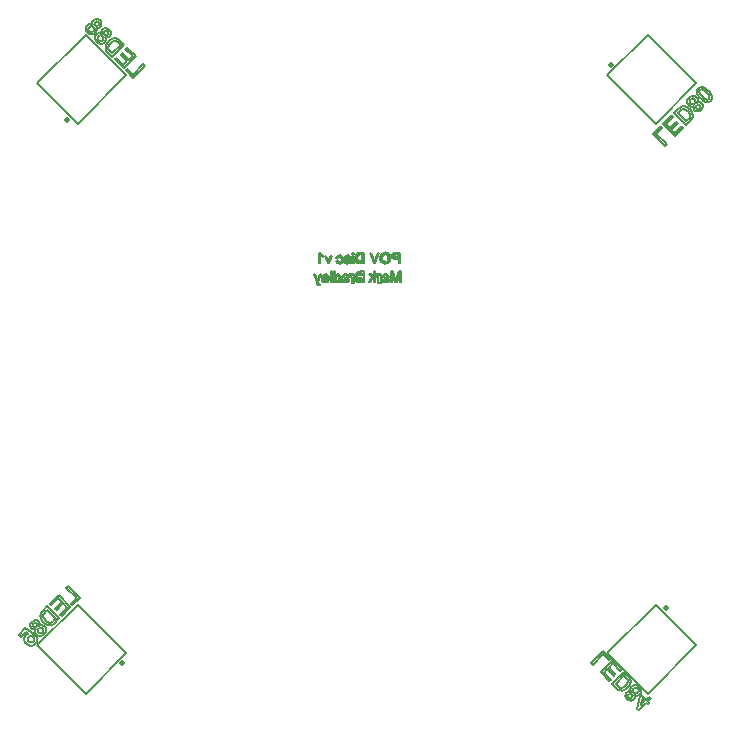
<source format=gbo>
%FSLAX33Y33*%
%MOMM*%
%ADD10C,0.15*%
%ADD11C,0.2032*%
%ADD12C,0.5*%
%ADD13C,0.5*%
%ADD14C,0.5*%
%ADD15C,0.5*%
D10*
%LNbottom silkscreen_traces*%
%LNbottom silkscreen component b0b7ce341c71e36d*%
G01*
X20366Y24464D02*
X24464Y20366D01*
X20366Y24464D02*
X23796Y27894D01*
X27894Y23796*
X24464Y20366*
D11*
X24277Y19527D02*
X24277Y19527D01*
X25290Y18514*
X25424Y18648*
X24531Y19541*
X25029Y20040*
X24910Y20159*
X24277Y19527*
X25072Y20322D02*
X25072Y20322D01*
X26085Y19309*
X26816Y20041*
X26697Y20161*
X26099Y19563*
X25789Y19873*
X26349Y20433*
X26230Y20551*
X25670Y19991*
X25326Y20336*
X25947Y20958*
X25828Y21077*
X25072Y20322*
X26013Y21262D02*
X26013Y21262D01*
X27025Y20250*
X27374Y20598*
X27428Y20655*
X27474Y20706*
X27511Y20752*
X27539Y20793*
X27569Y20847*
X27592Y20902*
X27607Y20958*
X27615Y21014*
X27617Y21088*
X27608Y21161*
X27590Y21234*
X27562Y21307*
X27525Y21379*
X27479Y21450*
X27425Y21519*
X27361Y21587*
X27304Y21642*
X27246Y21689*
X27188Y21730*
X27130Y21765*
X27073Y21793*
X27018Y21815*
X26965Y21832*
X26914Y21843*
X26864Y21849*
X26817Y21851*
X26772Y21849*
X26729Y21843*
X26687Y21832*
X26645Y21817*
X26602Y21797*
X26558Y21773*
X26514Y21744*
X26469Y21710*
X26424Y21671*
X26378Y21627*
X26013Y21262*
X26338Y21277D02*
X26518Y21456D01*
X26565Y21501*
X26608Y21537*
X26646Y21566*
X26681Y21586*
X26714Y21601*
X26745Y21611*
X26774Y21617*
X26801Y21619*
X26843Y21616*
X26887Y21607*
X26933Y21592*
X26981Y21570*
X27030Y21542*
X27082Y21506*
X27135Y21462*
X27189Y21411*
X27258Y21337*
X27310Y21266*
X27346Y21200*
X27368Y21138*
X27378Y21079*
X27380Y21025*
X27373Y20975*
X27358Y20930*
X27340Y20897*
X27310Y20855*
X27269Y20807*
X27216Y20751*
X27040Y20575*
X26338Y21277*
X27724Y21875D02*
X27724Y21875D01*
X27703Y21823*
X27691Y21774*
X27686Y21726*
X27690Y21680*
X27701Y21636*
X27720Y21594*
X27745Y21555*
X27778Y21517*
X27836Y21469*
X27900Y21435*
X27969Y21416*
X28044Y21411*
X28120Y21421*
X28193Y21447*
X28263Y21489*
X28330Y21547*
X28388Y21614*
X28431Y21685*
X28457Y21760*
X28467Y21837*
X28461Y21913*
X28442Y21983*
X28408Y22047*
X28360Y22105*
X28323Y22137*
X28285Y22162*
X28244Y22180*
X28200Y22191*
X28155Y22195*
X28108Y22191*
X28059Y22179*
X28008Y22159*
X28034Y22220*
X28050Y22281*
X28056Y22340*
X28052Y22399*
X28037Y22456*
X28014Y22510*
X27981Y22561*
X27939Y22609*
X27871Y22666*
X27796Y22706*
X27716Y22729*
X27629Y22736*
X27540Y22725*
X27456Y22696*
X27375Y22648*
X27298Y22582*
X27233Y22506*
X27185Y22425*
X27156Y22340*
X27146Y22252*
X27152Y22165*
X27176Y22083*
X27217Y22008*
X27275Y21939*
X27326Y21895*
X27378Y21861*
X27433Y21837*
X27490Y21823*
X27549Y21821*
X27607Y21828*
X27666Y21846*
X27724Y21875*
X27945Y21676D02*
X27920Y21706D01*
X27903Y21737*
X27893Y21769*
X27890Y21803*
X27893Y21837*
X27904Y21870*
X27922Y21902*
X27949Y21933*
X27979Y21959*
X28010Y21977*
X28042Y21987*
X28077Y21991*
X28111Y21988*
X28141Y21979*
X28170Y21963*
X28197Y21941*
X28220Y21912*
X28237Y21882*
X28246Y21850*
X28249Y21815*
X28246Y21779*
X28235Y21747*
X28218Y21716*
X28193Y21686*
X28163Y21661*
X28132Y21643*
X28100Y21633*
X28065Y21629*
X28030Y21631*
X27999Y21640*
X27971Y21655*
X27945Y21676*
X27438Y22104D02*
X27417Y22127D01*
X27400Y22152*
X27385Y22180*
X27373Y22211*
X27365Y22241*
X27363Y22271*
X27364Y22302*
X27371Y22333*
X27382Y22364*
X27397Y22393*
X27416Y22420*
X27438Y22445*
X27477Y22479*
X27518Y22502*
X27561Y22515*
X27607Y22520*
X27652Y22516*
X27695Y22503*
X27735Y22480*
X27774Y22448*
X27807Y22408*
X27830Y22367*
X27844Y22323*
X27848Y22276*
X27843Y22229*
X27829Y22185*
X27806Y22143*
X27772Y22103*
X27734Y22071*
X27693Y22049*
X27651Y22035*
X27605Y22031*
X27559Y22036*
X27516Y22049*
X27476Y22071*
X27438Y22104*
X28269Y22520D02*
X28269Y22520D01*
X28357Y22437*
X28441Y22367*
X28520Y22311*
X28595Y22268*
X28668Y22237*
X28738Y22217*
X28807Y22208*
X28874Y22209*
X28939Y22222*
X29001Y22247*
X29060Y22284*
X29117Y22333*
X29154Y22375*
X29185Y22418*
X29209Y22463*
X29227Y22509*
X29238Y22556*
X29243Y22605*
X29241Y22655*
X29234Y22705*
X29220Y22756*
X29201Y22809*
X29176Y22863*
X29146Y22918*
X29108Y22977*
X29059Y23040*
X29000Y23108*
X28930Y23180*
X28842Y23263*
X28759Y23332*
X28680Y23388*
X28605Y23431*
X28533Y23462*
X28463Y23483*
X28394Y23492*
X28327Y23491*
X28262Y23478*
X28199Y23454*
X28140Y23416*
X28083Y23367*
X28020Y23291*
X27979Y23210*
X27958Y23124*
X27958Y23032*
X27987Y22915*
X28049Y22791*
X28143Y22659*
X28269Y22520*
X28433Y22684D02*
X28325Y22799D01*
X28246Y22899*
X28196Y22982*
X28174Y23048*
X28170Y23104*
X28176Y23152*
X28193Y23193*
X28221Y23228*
X28257Y23256*
X28298Y23273*
X28346Y23280*
X28402Y23276*
X28468Y23253*
X28551Y23203*
X28651Y23124*
X28766Y23017*
X28874Y22901*
X28953Y22801*
X29003Y22718*
X29025Y22652*
X29030Y22597*
X29022Y22549*
X29005Y22507*
X28976Y22471*
X28940Y22442*
X28902Y22425*
X28860Y22417*
X28813Y22421*
X28740Y22445*
X28652Y22496*
X28549Y22576*
X28433Y22684*
D12*
X20670Y25327D03*
%LNbottom silkscreen component 0aa07872bdd810e4*%
D10*
X-20366Y-24464D02*
X-24464Y-20366D01*
X-20366Y-24464D02*
X-23796Y-27894D01*
X-27894Y-23796*
X-24464Y-20366*
D11*
X-24277Y-19781D02*
X-24277Y-19781D01*
X-25290Y-18768*
X-25424Y-18902*
X-24531Y-19795*
X-25029Y-20294*
X-24910Y-20413*
X-24277Y-19781*
X-25072Y-20576D02*
X-25072Y-20576D01*
X-26085Y-19563*
X-26816Y-20295*
X-26697Y-20415*
X-26099Y-19817*
X-25789Y-20127*
X-26349Y-20687*
X-26230Y-20806*
X-25670Y-20245*
X-25326Y-20590*
X-25947Y-21212*
X-25828Y-21331*
X-25072Y-20576*
X-26013Y-21516D02*
X-26013Y-21516D01*
X-27025Y-20504*
X-27374Y-20852*
X-27428Y-20909*
X-27474Y-20960*
X-27511Y-21006*
X-27539Y-21047*
X-27569Y-21101*
X-27592Y-21156*
X-27607Y-21212*
X-27615Y-21268*
X-27617Y-21342*
X-27608Y-21415*
X-27590Y-21488*
X-27562Y-21561*
X-27525Y-21633*
X-27479Y-21704*
X-27425Y-21773*
X-27361Y-21841*
X-27304Y-21896*
X-27246Y-21943*
X-27188Y-21984*
X-27130Y-22019*
X-27073Y-22047*
X-27018Y-22069*
X-26965Y-22086*
X-26914Y-22097*
X-26864Y-22103*
X-26817Y-22105*
X-26772Y-22103*
X-26729Y-22097*
X-26687Y-22086*
X-26645Y-22071*
X-26602Y-22051*
X-26558Y-22027*
X-26514Y-21998*
X-26469Y-21964*
X-26424Y-21925*
X-26378Y-21881*
X-26013Y-21516*
X-26338Y-21531D02*
X-26518Y-21710D01*
X-26565Y-21755*
X-26608Y-21791*
X-26646Y-21820*
X-26681Y-21840*
X-26714Y-21855*
X-26745Y-21865*
X-26774Y-21871*
X-26801Y-21873*
X-26843Y-21870*
X-26887Y-21861*
X-26933Y-21846*
X-26981Y-21824*
X-27030Y-21796*
X-27082Y-21760*
X-27135Y-21717*
X-27189Y-21665*
X-27258Y-21591*
X-27310Y-21520*
X-27346Y-21454*
X-27368Y-21392*
X-27378Y-21333*
X-27380Y-21279*
X-27373Y-21229*
X-27358Y-21184*
X-27340Y-21151*
X-27310Y-21109*
X-27269Y-21061*
X-27216Y-21005*
X-27040Y-20829*
X-26338Y-21531*
X-27724Y-22129D02*
X-27724Y-22129D01*
X-27703Y-22077*
X-27691Y-22028*
X-27686Y-21980*
X-27690Y-21934*
X-27701Y-21890*
X-27720Y-21848*
X-27745Y-21809*
X-27778Y-21771*
X-27836Y-21723*
X-27900Y-21689*
X-27969Y-21670*
X-28044Y-21665*
X-28119Y-21675*
X-28193Y-21701*
X-28263Y-21743*
X-28330Y-21801*
X-28388Y-21868*
X-28431Y-21939*
X-28457Y-22014*
X-28467Y-22091*
X-28461Y-22167*
X-28442Y-22237*
X-28408Y-22301*
X-28360Y-22359*
X-28323Y-22391*
X-28285Y-22416*
X-28244Y-22434*
X-28200Y-22445*
X-28155Y-22449*
X-28108Y-22445*
X-28059Y-22433*
X-28008Y-22413*
X-28034Y-22474*
X-28050Y-22535*
X-28056Y-22594*
X-28052Y-22653*
X-28037Y-22710*
X-28014Y-22764*
X-27981Y-22815*
X-27939Y-22863*
X-27871Y-22920*
X-27796Y-22960*
X-27716Y-22983*
X-27629Y-22990*
X-27540Y-22979*
X-27456Y-22950*
X-27375Y-22902*
X-27298Y-22836*
X-27233Y-22760*
X-27185Y-22679*
X-27156Y-22594*
X-27146Y-22506*
X-27152Y-22419*
X-27176Y-22337*
X-27217Y-22262*
X-27275Y-22193*
X-27326Y-22149*
X-27378Y-22115*
X-27433Y-22091*
X-27490Y-22078*
X-27549Y-22075*
X-27607Y-22082*
X-27666Y-22100*
X-27724Y-22129*
X-27945Y-21930D02*
X-27920Y-21960D01*
X-27903Y-21991*
X-27893Y-22023*
X-27890Y-22057*
X-27893Y-22091*
X-27904Y-22124*
X-27922Y-22156*
X-27949Y-22187*
X-27979Y-22213*
X-28010Y-22231*
X-28042Y-22241*
X-28077Y-22245*
X-28111Y-22242*
X-28141Y-22233*
X-28170Y-22217*
X-28197Y-22195*
X-28220Y-22166*
X-28237Y-22136*
X-28246Y-22104*
X-28249Y-22069*
X-28246Y-22033*
X-28235Y-22001*
X-28218Y-21970*
X-28193Y-21940*
X-28163Y-21915*
X-28132Y-21897*
X-28100Y-21887*
X-28065Y-21883*
X-28030Y-21885*
X-27999Y-21894*
X-27971Y-21909*
X-27945Y-21930*
X-27438Y-22358D02*
X-27417Y-22381D01*
X-27400Y-22406*
X-27385Y-22434*
X-27373Y-22465*
X-27365Y-22495*
X-27363Y-22526*
X-27364Y-22556*
X-27371Y-22587*
X-27382Y-22618*
X-27397Y-22647*
X-27416Y-22674*
X-27438Y-22699*
X-27477Y-22733*
X-27518Y-22756*
X-27561Y-22770*
X-27607Y-22774*
X-27652Y-22770*
X-27695Y-22757*
X-27735Y-22734*
X-27774Y-22702*
X-27807Y-22662*
X-27830Y-22621*
X-27844Y-22577*
X-27848Y-22530*
X-27843Y-22483*
X-27829Y-22439*
X-27806Y-22397*
X-27772Y-22357*
X-27734Y-22325*
X-27693Y-22303*
X-27651Y-22289*
X-27605Y-22285*
X-27559Y-22290*
X-27516Y-22303*
X-27476Y-22325*
X-27438Y-22358*
X-28025Y-22934D02*
X-28244Y-23118D01*
X-28186Y-23207*
X-28166Y-23252*
X-28154Y-23295*
X-28152Y-23336*
X-28157Y-23375*
X-28170Y-23412*
X-28189Y-23446*
X-28216Y-23478*
X-28256Y-23510*
X-28298Y-23532*
X-28345Y-23544*
X-28397Y-23547*
X-28451Y-23539*
X-28503Y-23520*
X-28555Y-23489*
X-28606Y-23445*
X-28647Y-23397*
X-28676Y-23349*
X-28693Y-23301*
X-28699Y-23252*
X-28694Y-23204*
X-28680Y-23158*
X-28655Y-23114*
X-28618Y-23071*
X-28592Y-23048*
X-28565Y-23029*
X-28536Y-23014*
X-28505Y-23003*
X-28474Y-22996*
X-28443Y-22993*
X-28413Y-22994*
X-28350Y-23004*
X-28198Y-22805*
X-28895Y-22329*
X-29464Y-22899*
X-29273Y-23089*
X-28863Y-22679*
X-28667Y-22809*
X-28633Y-22801*
X-28707Y-22831*
X-28774Y-22872*
X-28834Y-22923*
X-28898Y-22999*
X-28944Y-23084*
X-28972Y-23176*
X-28981Y-23275*
X-28970Y-23374*
X-28940Y-23468*
X-28890Y-23556*
X-28821Y-23637*
X-28743Y-23704*
X-28659Y-23755*
X-28569Y-23791*
X-28472Y-23810*
X-28354Y-23810*
X-28242Y-23784*
X-28138Y-23731*
X-28042Y-23652*
X-27976Y-23575*
X-27926Y-23494*
X-27894Y-23407*
X-27879Y-23316*
X-27882Y-23226*
X-27903Y-23138*
X-27941Y-23055*
X-28025Y-22934*
D13*
X-20670Y-25327D03*
%LNbottom silkscreen component b05ff74f7c6ce018*%
D10*
X24464Y-20366D02*
X20366Y-24464D01*
X24464Y-20366D02*
X27894Y-23796D01*
X23796Y-27894*
X20366Y-24464*
D11*
X20035Y-24277D02*
X20035Y-24277D01*
X19022Y-25290*
X19156Y-25424*
X20049Y-24531*
X20548Y-25029*
X20667Y-24910*
X20035Y-24277*
X20830Y-25072D02*
X20830Y-25072D01*
X19817Y-26085*
X20549Y-26816*
X20669Y-26697*
X20071Y-26099*
X20381Y-25789*
X20941Y-26349*
X21060Y-26230*
X20499Y-25670*
X20844Y-25326*
X21466Y-25947*
X21585Y-25828*
X20830Y-25072*
X21770Y-26013D02*
X21770Y-26013D01*
X20758Y-27025*
X21106Y-27374*
X21163Y-27428*
X21214Y-27474*
X21260Y-27511*
X21301Y-27539*
X21355Y-27569*
X21410Y-27592*
X21466Y-27607*
X21522Y-27615*
X21596Y-27617*
X21669Y-27608*
X21742Y-27590*
X21815Y-27562*
X21887Y-27525*
X21958Y-27479*
X22027Y-27425*
X22095Y-27361*
X22150Y-27304*
X22197Y-27246*
X22238Y-27188*
X22273Y-27130*
X22301Y-27073*
X22323Y-27018*
X22340Y-26965*
X22351Y-26914*
X22357Y-26864*
X22359Y-26817*
X22357Y-26772*
X22351Y-26729*
X22340Y-26687*
X22325Y-26645*
X22305Y-26602*
X22281Y-26558*
X22252Y-26514*
X22218Y-26469*
X22179Y-26424*
X22135Y-26378*
X21770Y-26013*
X21785Y-26338D02*
X21964Y-26518D01*
X22009Y-26565*
X22045Y-26608*
X22074Y-26646*
X22094Y-26681*
X22109Y-26714*
X22119Y-26745*
X22125Y-26774*
X22127Y-26801*
X22124Y-26843*
X22115Y-26887*
X22100Y-26933*
X22078Y-26981*
X22050Y-27030*
X22014Y-27082*
X21971Y-27135*
X21919Y-27189*
X21845Y-27258*
X21774Y-27310*
X21708Y-27346*
X21646Y-27368*
X21587Y-27378*
X21533Y-27380*
X21483Y-27373*
X21438Y-27358*
X21405Y-27340*
X21363Y-27310*
X21315Y-27269*
X21259Y-27216*
X21083Y-27040*
X21785Y-26338*
X22383Y-27724D02*
X22383Y-27724D01*
X22331Y-27703*
X22282Y-27691*
X22234Y-27686*
X22188Y-27690*
X22144Y-27701*
X22102Y-27720*
X22063Y-27745*
X22025Y-27778*
X21977Y-27836*
X21943Y-27900*
X21924Y-27969*
X21919Y-28044*
X21929Y-28120*
X21955Y-28193*
X21997Y-28263*
X22055Y-28330*
X22122Y-28388*
X22193Y-28431*
X22268Y-28457*
X22345Y-28467*
X22421Y-28461*
X22491Y-28442*
X22555Y-28408*
X22613Y-28360*
X22645Y-28323*
X22670Y-28285*
X22688Y-28244*
X22699Y-28200*
X22703Y-28155*
X22699Y-28108*
X22687Y-28059*
X22667Y-28008*
X22728Y-28034*
X22789Y-28050*
X22848Y-28056*
X22907Y-28052*
X22964Y-28037*
X23018Y-28014*
X23069Y-27981*
X23117Y-27939*
X23174Y-27871*
X23214Y-27796*
X23237Y-27716*
X23244Y-27629*
X23233Y-27540*
X23204Y-27456*
X23156Y-27375*
X23090Y-27299*
X23014Y-27233*
X22933Y-27185*
X22848Y-27156*
X22760Y-27146*
X22673Y-27152*
X22591Y-27176*
X22516Y-27217*
X22447Y-27275*
X22403Y-27326*
X22369Y-27378*
X22345Y-27433*
X22332Y-27490*
X22329Y-27549*
X22336Y-27607*
X22354Y-27666*
X22383Y-27724*
X22184Y-27945D02*
X22214Y-27920D01*
X22245Y-27903*
X22277Y-27893*
X22311Y-27890*
X22345Y-27893*
X22378Y-27904*
X22410Y-27922*
X22441Y-27949*
X22467Y-27979*
X22485Y-28010*
X22495Y-28042*
X22499Y-28077*
X22496Y-28111*
X22487Y-28141*
X22471Y-28170*
X22449Y-28197*
X22420Y-28220*
X22390Y-28237*
X22358Y-28246*
X22323Y-28249*
X22287Y-28246*
X22255Y-28235*
X22224Y-28218*
X22194Y-28193*
X22169Y-28163*
X22151Y-28132*
X22141Y-28100*
X22137Y-28065*
X22139Y-28030*
X22148Y-27999*
X22163Y-27972*
X22184Y-27945*
X22612Y-27438D02*
X22635Y-27417D01*
X22660Y-27400*
X22688Y-27385*
X22719Y-27373*
X22749Y-27365*
X22780Y-27363*
X22810Y-27365*
X22841Y-27371*
X22872Y-27382*
X22901Y-27397*
X22928Y-27416*
X22953Y-27438*
X22987Y-27477*
X23010Y-27518*
X23024Y-27561*
X23028Y-27607*
X23024Y-27652*
X23011Y-27695*
X22988Y-27735*
X22956Y-27774*
X22916Y-27807*
X22875Y-27830*
X22831Y-27844*
X22784Y-27848*
X22737Y-27843*
X22693Y-27829*
X22651Y-27806*
X22611Y-27772*
X22579Y-27734*
X22557Y-27693*
X22543Y-27651*
X22539Y-27605*
X22544Y-27559*
X22557Y-27516*
X22579Y-27476*
X22612Y-27438*
X23926Y-28169D02*
X23926Y-28169D01*
X23684Y-28411*
X23244Y-27972*
X23130Y-28086*
X22936Y-29204*
X23038Y-29305*
X23694Y-28649*
X23831Y-28786*
X23945Y-28672*
X23808Y-28535*
X24050Y-28293*
X23926Y-28169*
X23498Y-28525D02*
X23192Y-28831D01*
X23285Y-28313*
X23498Y-28525*
D14*
X25327Y-20670D03*
%LNbottom silkscreen component 20fe53ca9ea174ff*%
D10*
X-24464Y20366D02*
X-20366Y24464D01*
X-24464Y20366D02*
X-27894Y23796D01*
X-23796Y27894*
X-20366Y24464*
D11*
X-19781Y24277D02*
X-19781Y24277D01*
X-18768Y25290*
X-18902Y25424*
X-19795Y24531*
X-20294Y25029*
X-20413Y24910*
X-19781Y24277*
X-20576Y25072D02*
X-20576Y25072D01*
X-19563Y26085*
X-20295Y26816*
X-20415Y26697*
X-19817Y26099*
X-20127Y25789*
X-20687Y26349*
X-20806Y26230*
X-20245Y25670*
X-20590Y25326*
X-21212Y25947*
X-21331Y25828*
X-20576Y25072*
X-21516Y26013D02*
X-21516Y26013D01*
X-20504Y27025*
X-20852Y27374*
X-20909Y27428*
X-20960Y27474*
X-21006Y27511*
X-21047Y27539*
X-21101Y27569*
X-21156Y27592*
X-21212Y27607*
X-21268Y27615*
X-21342Y27617*
X-21415Y27608*
X-21488Y27590*
X-21561Y27562*
X-21633Y27525*
X-21704Y27479*
X-21773Y27425*
X-21841Y27361*
X-21896Y27304*
X-21943Y27246*
X-21984Y27188*
X-22019Y27130*
X-22047Y27073*
X-22069Y27018*
X-22086Y26965*
X-22097Y26914*
X-22103Y26864*
X-22105Y26817*
X-22103Y26772*
X-22097Y26729*
X-22086Y26687*
X-22071Y26645*
X-22051Y26602*
X-22027Y26558*
X-21998Y26514*
X-21964Y26469*
X-21925Y26424*
X-21881Y26378*
X-21516Y26013*
X-21531Y26338D02*
X-21710Y26518D01*
X-21755Y26565*
X-21791Y26608*
X-21820Y26646*
X-21840Y26681*
X-21855Y26714*
X-21865Y26745*
X-21871Y26774*
X-21873Y26801*
X-21870Y26843*
X-21861Y26887*
X-21846Y26933*
X-21824Y26981*
X-21796Y27030*
X-21760Y27082*
X-21717Y27135*
X-21665Y27189*
X-21591Y27258*
X-21520Y27310*
X-21454Y27346*
X-21392Y27368*
X-21333Y27378*
X-21279Y27380*
X-21229Y27373*
X-21184Y27358*
X-21151Y27340*
X-21109Y27310*
X-21061Y27269*
X-21005Y27216*
X-20829Y27040*
X-21531Y26338*
X-22129Y27724D02*
X-22129Y27724D01*
X-22077Y27703*
X-22028Y27691*
X-21980Y27686*
X-21934Y27690*
X-21890Y27701*
X-21848Y27720*
X-21809Y27745*
X-21771Y27778*
X-21723Y27836*
X-21689Y27900*
X-21670Y27969*
X-21665Y28044*
X-21675Y28120*
X-21701Y28193*
X-21743Y28263*
X-21801Y28330*
X-21868Y28388*
X-21939Y28431*
X-22014Y28457*
X-22091Y28467*
X-22167Y28461*
X-22237Y28442*
X-22301Y28408*
X-22359Y28360*
X-22391Y28323*
X-22416Y28285*
X-22434Y28244*
X-22445Y28200*
X-22449Y28155*
X-22445Y28108*
X-22433Y28059*
X-22413Y28008*
X-22474Y28034*
X-22535Y28050*
X-22594Y28056*
X-22653Y28052*
X-22710Y28037*
X-22764Y28014*
X-22815Y27981*
X-22863Y27939*
X-22920Y27871*
X-22960Y27796*
X-22983Y27716*
X-22990Y27629*
X-22979Y27540*
X-22950Y27456*
X-22902Y27375*
X-22836Y27299*
X-22760Y27233*
X-22679Y27185*
X-22594Y27156*
X-22506Y27146*
X-22419Y27152*
X-22337Y27176*
X-22262Y27217*
X-22193Y27275*
X-22149Y27326*
X-22115Y27378*
X-22091Y27433*
X-22078Y27490*
X-22075Y27549*
X-22082Y27607*
X-22100Y27666*
X-22129Y27724*
X-21930Y27945D02*
X-21960Y27920D01*
X-21991Y27903*
X-22023Y27893*
X-22057Y27890*
X-22091Y27893*
X-22124Y27904*
X-22156Y27922*
X-22187Y27949*
X-22213Y27979*
X-22231Y28010*
X-22241Y28042*
X-22245Y28077*
X-22242Y28111*
X-22233Y28141*
X-22217Y28170*
X-22195Y28197*
X-22166Y28220*
X-22136Y28237*
X-22104Y28246*
X-22069Y28249*
X-22033Y28246*
X-22001Y28235*
X-21970Y28218*
X-21940Y28193*
X-21915Y28163*
X-21897Y28132*
X-21887Y28100*
X-21883Y28065*
X-21885Y28030*
X-21894Y27999*
X-21909Y27972*
X-21930Y27945*
X-22358Y27438D02*
X-22381Y27417D01*
X-22406Y27400*
X-22434Y27385*
X-22465Y27373*
X-22495Y27365*
X-22526Y27363*
X-22556Y27364*
X-22587Y27371*
X-22618Y27382*
X-22647Y27397*
X-22674Y27416*
X-22699Y27438*
X-22733Y27477*
X-22756Y27518*
X-22770Y27561*
X-22774Y27607*
X-22770Y27652*
X-22757Y27695*
X-22734Y27735*
X-22702Y27774*
X-22662Y27807*
X-22621Y27830*
X-22577Y27844*
X-22530Y27848*
X-22483Y27843*
X-22439Y27829*
X-22397Y27806*
X-22357Y27772*
X-22325Y27734*
X-22303Y27693*
X-22289Y27651*
X-22285Y27605*
X-22290Y27559*
X-22303Y27516*
X-22325Y27476*
X-22358Y27438*
X-22916Y28510D02*
X-22916Y28510D01*
X-22864Y28490*
X-22814Y28477*
X-22766Y28473*
X-22720Y28477*
X-22677Y28488*
X-22635Y28506*
X-22595Y28532*
X-22557Y28565*
X-22509Y28623*
X-22476Y28686*
X-22456Y28756*
X-22451Y28830*
X-22461Y28906*
X-22487Y28979*
X-22529Y29049*
X-22587Y29117*
X-22655Y29175*
X-22726Y29217*
X-22800Y29243*
X-22878Y29253*
X-22953Y29248*
X-23023Y29228*
X-23088Y29194*
X-23146Y29146*
X-23178Y29110*
X-23202Y29071*
X-23220Y29030*
X-23231Y28987*
X-23235Y28941*
X-23231Y28894*
X-23219Y28845*
X-23200Y28794*
X-23261Y28821*
X-23321Y28837*
X-23381Y28842*
X-23440Y28838*
X-23496Y28824*
X-23550Y28800*
X-23602Y28767*
X-23650Y28725*
X-23706Y28657*
X-23746Y28583*
X-23770Y28502*
X-23776Y28415*
X-23765Y28327*
X-23736Y28242*
X-23689Y28162*
X-23623Y28085*
X-23546Y28019*
X-23465Y27972*
X-23381Y27943*
X-23293Y27932*
X-23205Y27939*
X-23124Y27963*
X-23049Y28004*
X-22979Y28062*
X-22935Y28112*
X-22901Y28165*
X-22877Y28220*
X-22864Y28277*
X-22861Y28335*
X-22869Y28394*
X-22887Y28452*
X-22916Y28510*
X-22717Y28732D02*
X-22747Y28707D01*
X-22777Y28689*
X-22809Y28679*
X-22844Y28676*
X-22878Y28680*
X-22911Y28691*
X-22942Y28709*
X-22974Y28736*
X-22999Y28766*
X-23017Y28797*
X-23028Y28829*
X-23031Y28863*
X-23028Y28897*
X-23019Y28928*
X-23004Y28956*
X-22981Y28983*
X-22953Y29007*
X-22923Y29023*
X-22891Y29033*
X-22855Y29036*
X-22820Y29032*
X-22787Y29022*
X-22756Y29005*
X-22727Y28980*
X-22701Y28950*
X-22684Y28919*
X-22673Y28886*
X-22669Y28851*
X-22672Y28817*
X-22681Y28786*
X-22695Y28758*
X-22717Y28732*
X-23144Y28224D02*
X-23167Y28204D01*
X-23193Y28186*
X-23221Y28171*
X-23251Y28159*
X-23282Y28152*
X-23312Y28149*
X-23342Y28151*
X-23374Y28158*
X-23405Y28169*
X-23434Y28184*
X-23461Y28202*
X-23486Y28224*
X-23519Y28264*
X-23542Y28305*
X-23556Y28348*
X-23561Y28393*
X-23557Y28439*
X-23543Y28481*
X-23521Y28522*
X-23488Y28561*
X-23449Y28594*
X-23407Y28617*
X-23364Y28630*
X-23316Y28634*
X-23269Y28629*
X-23225Y28615*
X-23184Y28592*
X-23144Y28559*
X-23111Y28520*
X-23089Y28480*
X-23076Y28437*
X-23071Y28391*
X-23076Y28345*
X-23089Y28303*
X-23112Y28263*
X-23144Y28224*
D15*
X-25327Y20670D03*
%LNtext*%
D11*
X2914Y6950D02*
X2914Y6950D01*
X2914Y7859*
X2733Y7859*
X2517Y7215*
X2504Y7173*
X2492Y7137*
X2482Y7106*
X2474Y7081*
X2465Y7109*
X2454Y7142*
X2441Y7181*
X2426Y7227*
X2208Y7859*
X2046Y7859*
X2046Y6950*
X2162Y6950*
X2162Y7711*
X2426Y6950*
X2535Y6950*
X2798Y7724*
X2798Y6950*
X2914Y6950*
X1437Y7031D02*
X1437Y7031D01*
X1467Y7007*
X1497Y6986*
X1527Y6970*
X1556Y6957*
X1585Y6947*
X1615Y6941*
X1647Y6936*
X1679Y6935*
X1730Y6938*
X1775Y6948*
X1814Y6965*
X1846Y6988*
X1871Y7016*
X1890Y7049*
X1901Y7084*
X1904Y7124*
X1903Y7147*
X1899Y7170*
X1892Y7191*
X1882Y7212*
X1870Y7231*
X1857Y7248*
X1841Y7263*
X1824Y7276*
X1806Y7288*
X1787Y7297*
X1766Y7306*
X1744Y7313*
X1726Y7317*
X1703Y7321*
X1676Y7325*
X1645Y7330*
X1582Y7338*
X1528Y7347*
X1482Y7357*
X1446Y7368*
X1446Y7378*
X1445Y7387*
X1445Y7393*
X1445Y7397*
X1447Y7429*
X1453Y7455*
X1463Y7477*
X1477Y7493*
X1501Y7510*
X1530Y7522*
X1564Y7529*
X1604Y7531*
X1641Y7529*
X1672Y7524*
X1699Y7516*
X1720Y7503*
X1738Y7487*
X1753Y7465*
X1766Y7438*
X1776Y7406*
X1885Y7421*
X1876Y7454*
X1865Y7484*
X1852Y7511*
X1836Y7534*
X1817Y7554*
X1794Y7572*
X1768Y7587*
X1737Y7600*
X1704Y7610*
X1668Y7618*
X1629Y7622*
X1588Y7623*
X1548Y7622*
X1511Y7618*
X1479Y7612*
X1451Y7604*
X1426Y7593*
X1405Y7581*
X1387Y7568*
X1373Y7554*
X1362Y7538*
X1352Y7520*
X1345Y7500*
X1339Y7478*
X1336Y7461*
X1334Y7438*
X1333Y7409*
X1333Y7375*
X1333Y7226*
X1333Y7155*
X1331Y7099*
X1329Y7057*
X1326Y7029*
X1321Y7009*
X1315Y6989*
X1307Y6969*
X1298Y6950*
X1414Y6950*
X1422Y6968*
X1429Y6988*
X1433Y7009*
X1437Y7031*
X1497Y7209D02*
X1465Y7220D01*
X1510Y7208*
X1562Y7198*
X1620Y7188*
X1651Y7183*
X1675Y7178*
X1694Y7174*
X1705Y7169*
X1713Y7166*
X1718Y7161*
X1723Y7157*
X1727Y7152*
X1730Y7146*
X1732Y7140*
X1734Y7134*
X1734Y7128*
X1733Y7116*
X1730Y7107*
X1725Y7099*
X1718Y7091*
X1708Y7084*
X1695Y7079*
X1676Y7075*
X1652Y7073*
X1627Y7075*
X1604Y7079*
X1582Y7086*
X1563Y7095*
X1545Y7107*
X1531Y7119*
X1519Y7134*
X1510Y7150*
X1505Y7163*
X1501Y7183*
X1498Y7209*
X1497Y7240*
X1497Y7209*
X1212Y6899D02*
X1212Y7659D01*
X1010Y7659*
X1010Y7695*
X1085Y7568*
X1064Y7598*
X1042Y7623*
X1019Y7643*
X0995Y7657*
X0971Y7667*
X0945Y7672*
X0918Y7674*
X0882Y7672*
X0846Y7663*
X0811Y7649*
X0740Y7611*
X0814Y7412*
X0883Y7448*
X0897Y7453*
X0911Y7456*
X0924Y7457*
X0934Y7456*
X0942Y7454*
X0951Y7451*
X0959Y7445*
X0966Y7439*
X0972Y7431*
X0978Y7421*
X0983Y7409*
X0990Y7383*
X0995Y7355*
X0998Y7326*
X0999Y7294*
X0999Y6899*
X1212Y6899*
X0737Y6950D02*
X0737Y6950D01*
X0737Y7859*
X0625Y7859*
X0625Y7341*
X0361Y7609*
X0216Y7609*
X0468Y7364*
X0191Y6950*
X0328Y6950*
X0546Y7287*
X0625Y7211*
X0625Y6950*
X0737Y6950*
X-0260Y6950D02*
X-0260Y6950D01*
X-0260Y7859*
X-0601Y7859*
X-0651Y7857*
X-0695Y7852*
X-0734Y7844*
X-0768Y7831*
X-0798Y7816*
X-0824Y7796*
X-0847Y7773*
X-0867Y7747*
X-0882Y7718*
X-0894Y7688*
X-0900Y7658*
X-0902Y7627*
X-0901Y7598*
X-0895Y7570*
X-0885Y7543*
X-0871Y7517*
X-0853Y7492*
X-0831Y7470*
X-0805Y7451*
X-0775Y7434*
X-0814Y7419*
X-0848Y7401*
X-0878Y7378*
X-0902Y7351*
X-0922Y7321*
X-0935Y7288*
X-0944Y7252*
X-0947Y7214*
X-0945Y7182*
X-0940Y7152*
X-0931Y7123*
X-0920Y7095*
X-0905Y7069*
X-0889Y7046*
X-0872Y7027*
X-0853Y7010*
X-0832Y6996*
X-0808Y6984*
X-0782Y6974*
X-0753Y6965*
X-0722Y6959*
X-0687Y6954*
X-0648Y6951*
X-0607Y6950*
X-0260Y6950*
X-0431Y7528D02*
X-0576Y7528D01*
X-0612Y7529*
X-0641Y7530*
X-0663Y7533*
X-0677Y7536*
X-0692Y7542*
X-0704Y7548*
X-0713Y7555*
X-0720Y7563*
X-0725Y7572*
X-0729Y7583*
X-0732Y7596*
X-0733Y7612*
X-0732Y7628*
X-0730Y7641*
X-0725Y7654*
X-0719Y7665*
X-0713Y7673*
X-0705Y7680*
X-0696Y7686*
X-0685Y7691*
X-0668Y7695*
X-0641Y7698*
X-0605Y7700*
X-0562Y7701*
X-0431Y7701*
X-0431Y7528*
X-0431Y7108D02*
X-0606Y7108D01*
X-0633Y7108*
X-0654Y7109*
X-0669Y7110*
X-0680Y7112*
X-0696Y7115*
X-0710Y7119*
X-0721Y7124*
X-0731Y7129*
X-0739Y7135*
X-0746Y7142*
X-0753Y7151*
X-0759Y7161*
X-0764Y7172*
X-0768Y7184*
X-0770Y7198*
X-0771Y7213*
X-0770Y7231*
X-0767Y7247*
X-0761Y7260*
X-0754Y7273*
X-0745Y7284*
X-0735Y7293*
X-0722Y7300*
X-0707Y7306*
X-0688Y7311*
X-0661Y7316*
X-0629Y7318*
X-0590Y7319*
X-0431Y7319*
X-0431Y7108*
X-1046Y6899D02*
X-1046Y7659D01*
X-1248Y7659*
X-1248Y7695*
X-1173Y7568*
X-1194Y7598*
X-1216Y7623*
X-1239Y7643*
X-1262Y7657*
X-1287Y7667*
X-1313Y7672*
X-1340Y7674*
X-1376Y7672*
X-1412Y7663*
X-1447Y7649*
X-1517Y7611*
X-1444Y7412*
X-1375Y7448*
X-1361Y7453*
X-1347Y7456*
X-1334Y7457*
X-1324Y7456*
X-1316Y7454*
X-1307Y7451*
X-1299Y7445*
X-1292Y7439*
X-1286Y7431*
X-1280Y7421*
X-1275Y7409*
X-1268Y7383*
X-1263Y7355*
X-1260Y7326*
X-1259Y7294*
X-1259Y6899*
X-1046Y6899*
X-1950Y7031D02*
X-1950Y7031D01*
X-1920Y7007*
X-1890Y6986*
X-1860Y6970*
X-1831Y6957*
X-1802Y6947*
X-1772Y6941*
X-1740Y6936*
X-1708Y6935*
X-1657Y6938*
X-1612Y6948*
X-1574Y6965*
X-1541Y6988*
X-1516Y7016*
X-1497Y7049*
X-1487Y7084*
X-1483Y7124*
X-1484Y7147*
X-1488Y7170*
X-1495Y7191*
X-1505Y7212*
X-1517Y7231*
X-1530Y7248*
X-1546Y7263*
X-1563Y7276*
X-1581Y7288*
X-1601Y7297*
X-1621Y7306*
X-1643Y7313*
X-1661Y7317*
X-1684Y7321*
X-1711Y7325*
X-1742Y7330*
X-1805Y7338*
X-1859Y7347*
X-1905Y7357*
X-1941Y7368*
X-1941Y7378*
X-1942Y7387*
X-1942Y7393*
X-1942Y7397*
X-1940Y7429*
X-1934Y7455*
X-1924Y7477*
X-1910Y7493*
X-1886Y7510*
X-1857Y7522*
X-1823Y7529*
X-1783Y7531*
X-1746Y7529*
X-1715Y7524*
X-1688Y7516*
X-1667Y7503*
X-1649Y7487*
X-1634Y7465*
X-1622Y7438*
X-1611Y7406*
X-1502Y7421*
X-1511Y7454*
X-1522Y7484*
X-1535Y7511*
X-1551Y7534*
X-1570Y7554*
X-1593Y7572*
X-1619Y7587*
X-1650Y7600*
X-1683Y7610*
X-1719Y7618*
X-1758Y7622*
X-1799Y7623*
X-1839Y7622*
X-1876Y7618*
X-1908Y7612*
X-1936Y7604*
X-1961Y7593*
X-1982Y7581*
X-2000Y7568*
X-2014Y7554*
X-2025Y7538*
X-2035Y7520*
X-2043Y7500*
X-2048Y7478*
X-2051Y7461*
X-2053Y7438*
X-2054Y7409*
X-2054Y7375*
X-2054Y7226*
X-2054Y7155*
X-2056Y7099*
X-2058Y7057*
X-2061Y7029*
X-2066Y7009*
X-2072Y6989*
X-2080Y6969*
X-2089Y6950*
X-1973Y6950*
X-1965Y6968*
X-1959Y6988*
X-1954Y7009*
X-1950Y7031*
X-1890Y7209D02*
X-1922Y7220D01*
X-1877Y7208*
X-1825Y7198*
X-1767Y7188*
X-1736Y7183*
X-1712Y7178*
X-1693Y7174*
X-1682Y7169*
X-1674Y7166*
X-1669Y7161*
X-1664Y7157*
X-1660Y7152*
X-1657Y7146*
X-1655Y7140*
X-1653Y7134*
X-1653Y7128*
X-1654Y7116*
X-1657Y7107*
X-1662Y7099*
X-1669Y7091*
X-1679Y7084*
X-1692Y7079*
X-1711Y7075*
X-1735Y7073*
X-1760Y7075*
X-1783Y7079*
X-1805Y7086*
X-1824Y7095*
X-1842Y7107*
X-1856Y7119*
X-1868Y7134*
X-1877Y7150*
X-1882Y7163*
X-1887Y7183*
X-1889Y7209*
X-1890Y7240*
X-1890Y7209*
X-2654Y6950D02*
X-2654Y6950D01*
X-2654Y7033*
X-2619Y6990*
X-2577Y6960*
X-2527Y6941*
X-2470Y6935*
X-2432Y6938*
X-2395Y6946*
X-2359Y6960*
X-2325Y6979*
X-2294Y7002*
X-2267Y7031*
X-2243Y7063*
X-2223Y7100*
X-2207Y7140*
X-2196Y7183*
X-2189Y7230*
X-2187Y7279*
X-2189Y7327*
X-2195Y7373*
X-2205Y7416*
X-2220Y7458*
X-2238Y7495*
X-2261Y7528*
X-2287Y7557*
X-2318Y7581*
X-2352Y7599*
X-2388Y7613*
X-2426Y7621*
X-2465Y7623*
X-2494Y7622*
X-2521Y7617*
X-2547Y7609*
X-2571Y7598*
X-2593Y7585*
X-2613Y7569*
X-2631Y7552*
X-2647Y7533*
X-2647Y7859*
X-2758Y7859*
X-2758Y6950*
X-2654Y6950*
X-2352Y7279D02*
X-2355Y7226D01*
X-2364Y7182*
X-2377Y7148*
X-2394Y7122*
X-2415Y7102*
X-2436Y7088*
X-2457Y7081*
X-2481Y7078*
X-2505Y7081*
X-2526Y7088*
X-2547Y7101*
X-2566Y7119*
X-2582Y7144*
X-2594Y7176*
X-2602Y7218*
X-2605Y7269*
X-2602Y7327*
X-2594Y7373*
X-2581Y7409*
X-2564Y7436*
X-2544Y7456*
X-2523Y7469*
X-2501Y7477*
X-2476Y7480*
X-2451Y7477*
X-2430Y7470*
X-2410Y7457*
X-2391Y7438*
X-2376Y7413*
X-2363Y7379*
X-2355Y7334*
X-2352Y7279*
X-2931Y6950D02*
X-2931Y6950D01*
X-2931Y7859*
X-3043Y7859*
X-3043Y6950*
X-2931Y6950*
X-3666Y7162D02*
X-3666Y7162D01*
X-3782Y7148*
X-3765Y7100*
X-3743Y7058*
X-3715Y7022*
X-3681Y6991*
X-3641Y6967*
X-3597Y6949*
X-3547Y6939*
X-3492Y6935*
X-3424Y6941*
X-3363Y6957*
X-3309Y6985*
X-3263Y7024*
X-3226Y7073*
X-3199Y7131*
X-3184Y7198*
X-3178Y7274*
X-3184Y7352*
X-3200Y7421*
X-3226Y7481*
X-3264Y7532*
X-3310Y7572*
X-3362Y7601*
X-3421Y7618*
X-3486Y7623*
X-3549Y7618*
X-3606Y7601*
X-3657Y7573*
X-3702Y7534*
X-3738Y7484*
X-3764Y7425*
X-3780Y7357*
X-3785Y7281*
X-3785Y7275*
X-3785Y7268*
X-3785Y7260*
X-3785Y7251*
X-3294Y7251*
X-3300Y7200*
X-3312Y7155*
X-3331Y7117*
X-3355Y7085*
X-3384Y7059*
X-3417Y7041*
X-3453Y7030*
X-3493Y7027*
X-3522Y7029*
X-3550Y7035*
X-3575Y7045*
X-3598Y7059*
X-3618Y7078*
X-3636Y7101*
X-3653Y7129*
X-3666Y7162*
X-3358Y7393D02*
X-3609Y7393D01*
X-3612Y7372*
X-3605Y7399*
X-3596Y7419*
X-3586Y7435*
X-3565Y7455*
X-3543Y7469*
X-3517Y7478*
X-3487Y7481*
X-3459Y7478*
X-3435Y7471*
X-3414Y7460*
X-3394Y7444*
X-3377Y7424*
X-3364Y7400*
X-3355Y7372*
X-3358Y7393*
X-3917Y6696D02*
X-3917Y6696D01*
X-3904Y6801*
X-3922Y6797*
X-3939Y6794*
X-3954Y6792*
X-3968Y6791*
X-3986Y6792*
X-4002Y6794*
X-4016Y6798*
X-4028Y6804*
X-4039Y6810*
X-4048Y6819*
X-4057Y6828*
X-4064Y6838*
X-4071Y6850*
X-4078Y6868*
X-4088Y6891*
X-4099Y6921*
X-4100Y6927*
X-4103Y6933*
X-4105Y6940*
X-4108Y6949*
X-3859Y7609*
X-3979Y7609*
X-4116Y7227*
X-4129Y7190*
X-4141Y7153*
X-4153Y7114*
X-4164Y7075*
X-4174Y7113*
X-4185Y7151*
X-4197Y7188*
X-4210Y7225*
X-4350Y7609*
X-4462Y7609*
X-4211Y6939*
X-4192Y6889*
X-4176Y6847*
X-4161Y6814*
X-4149Y6789*
X-4133Y6764*
X-4117Y6742*
X-4099Y6723*
X-4081Y6708*
X-4060Y6697*
X-4038Y6689*
X-4015Y6684*
X-3989Y6683*
X-3972Y6684*
X-3955Y6686*
X-3936Y6690*
X-3917Y6696*
X2830Y8550D02*
X2830Y8550D01*
X2830Y9459*
X2487Y9459*
X2445Y9459*
X2407Y9457*
X2375Y9454*
X2349Y9450*
X2317Y9444*
X2287Y9434*
X2261Y9422*
X2237Y9408*
X2215Y9391*
X2196Y9370*
X2179Y9347*
X2164Y9320*
X2152Y9291*
X2143Y9261*
X2138Y9229*
X2136Y9196*
X2141Y9140*
X2155Y9089*
X2178Y9042*
X2210Y9000*
X2254Y8965*
X2313Y8940*
X2388Y8925*
X2477Y8920*
X2710Y8920*
X2710Y8550*
X2830Y8550*
X2659Y9078D02*
X2476Y9078D01*
X2426Y9080*
X2388Y9087*
X2361Y9097*
X2343Y9109*
X2330Y9124*
X2320Y9142*
X2313Y9164*
X2311Y9193*
X2312Y9213*
X2316Y9231*
X2322Y9247*
X2331Y9261*
X2341Y9273*
X2352Y9282*
X2364Y9289*
X2379Y9295*
X2391Y9297*
X2412Y9299*
X2441Y9301*
X2478Y9301*
X2659Y9301*
X2659Y9078*
X2020Y8993D02*
X2020Y8993D01*
X2012Y9100*
X1989Y9195*
X1951Y9277*
X1898Y9347*
X1833Y9403*
X1759Y9443*
X1676Y9467*
X1584Y9475*
X1523Y9471*
X1465Y9460*
X1409Y9441*
X1357Y9415*
X1310Y9382*
X1268Y9343*
X1233Y9298*
X1203Y9247*
X1180Y9192*
X1163Y9133*
X1153Y9070*
X1150Y9003*
X1154Y8936*
X1164Y8872*
X1181Y8812*
X1206Y8756*
X1237Y8705*
X1273Y8660*
X1316Y8622*
X1364Y8591*
X1416Y8566*
X1470Y8549*
X1527Y8538*
X1585Y8534*
X1647Y8538*
X1706Y8550*
X1762Y8569*
X1814Y8597*
X1862Y8630*
X1903Y8670*
X1938Y8715*
X1967Y8766*
X1990Y8820*
X2006Y8876*
X2016Y8934*
X2020Y8993*
X1845Y8991D02*
X1840Y8921D01*
X1825Y8861*
X1802Y8810*
X1770Y8767*
X1731Y8732*
X1687Y8708*
X1639Y8693*
X1585Y8688*
X1530Y8694*
X1482Y8708*
X1438Y8733*
X1400Y8767*
X1368Y8811*
X1345Y8864*
X1330Y8929*
X1325Y9004*
X1327Y9053*
X1333Y9098*
X1344Y9139*
X1358Y9177*
X1376Y9210*
X1397Y9238*
X1421Y9262*
X1449Y9283*
X1479Y9299*
X1512Y9311*
X1546Y9318*
X1583Y9321*
X1636Y9316*
X1683Y9302*
X1727Y9279*
X1767Y9248*
X1800Y9206*
X1824Y9151*
X1839Y9079*
X1845Y8991*
X0735Y8550D02*
X0735Y8550D01*
X1087Y9459*
X0957Y9459*
X0721Y8799*
X0707Y8760*
X0695Y8722*
X0683Y8685*
X0673Y8650*
X0662Y8687*
X0650Y8724*
X0638Y8761*
X0624Y8799*
X0379Y9459*
X0256Y9459*
X0612Y8550*
X0735Y8550*
X-0205Y8550D02*
X-0205Y8550D01*
X-0205Y9459*
X-0518Y9459*
X-0568Y9458*
X-0612Y9456*
X-0649Y9452*
X-0680Y9446*
X-0718Y9435*
X-0752Y9421*
X-0784Y9403*
X-0813Y9381*
X-0847Y9348*
X-0876Y9312*
X-0901Y9271*
X-0921Y9226*
X-0936Y9177*
X-0948Y9124*
X-0954Y9069*
X-0956Y9010*
X-0955Y8959*
X-0950Y8912*
X-0943Y8867*
X-0932Y8826*
X-0919Y8788*
X-0905Y8753*
X-0888Y8721*
X-0870Y8694*
X-0851Y8669*
X-0831Y8647*
X-0810Y8628*
X-0787Y8611*
X-0764Y8597*
X-0738Y8585*
X-0710Y8574*
X-0679Y8566*
X-0646Y8559*
X-0611Y8554*
X-0573Y8551*
X-0533Y8550*
X-0205Y8550*
X-0376Y8708D02*
X-0519Y8708D01*
X-0559Y8709*
X-0593Y8712*
X-0622Y8716*
X-0645Y8722*
X-0664Y8730*
X-0681Y8738*
X-0695Y8747*
X-0706Y8757*
X-0722Y8775*
X-0736Y8797*
X-0749Y8823*
X-0760Y8852*
X-0769Y8885*
X-0776Y8923*
X-0780Y8965*
X-0782Y9011*
X-0779Y9074*
X-0771Y9127*
X-0758Y9170*
X-0742Y9205*
X-0721Y9234*
X-0700Y9257*
X-0677Y9274*
X-0653Y9286*
X-0633Y9292*
X-0603Y9297*
X-0563Y9300*
X-0516Y9301*
X-0376Y9301*
X-0376Y8708*
X-1108Y9331D02*
X-1108Y9331D01*
X-1108Y9459*
X-1220Y9459*
X-1220Y9331*
X-1108Y9331*
X-1108Y8550D02*
X-1108Y8550D01*
X-1108Y9209*
X-1220Y9209*
X-1220Y8550*
X-1108Y8550*
X-1345Y8747D02*
X-1345Y8747D01*
X-1456Y8764*
X-1462Y8733*
X-1473Y8705*
X-1488Y8682*
X-1507Y8662*
X-1531Y8647*
X-1558Y8636*
X-1590Y8629*
X-1626Y8627*
X-1662Y8629*
X-1693Y8635*
X-1719Y8645*
X-1740Y8658*
X-1757Y8675*
X-1768Y8692*
X-1775Y8711*
X-1777Y8732*
X-1775Y8750*
X-1769Y8765*
X-1759Y8779*
X-1745Y8791*
X-1729Y8799*
X-1705Y8808*
X-1672Y8818*
X-1631Y8829*
X-1574Y8844*
X-1527Y8858*
X-1489Y8871*
X-1460Y8883*
X-1438Y8895*
X-1419Y8910*
X-1402Y8926*
X-1388Y8945*
X-1378Y8966*
X-1370Y8987*
X-1365Y9010*
X-1364Y9034*
X-1365Y9055*
X-1369Y9076*
X-1375Y9096*
X-1384Y9115*
X-1395Y9133*
X-1408Y9150*
X-1422Y9164*
X-1439Y9178*
X-1453Y9187*
X-1470Y9195*
X-1489Y9203*
X-1510Y9210*
X-1533Y9216*
X-1556Y9220*
X-1581Y9223*
X-1606Y9223*
X-1644Y9222*
X-1679Y9218*
X-1712Y9211*
X-1742Y9201*
X-1770Y9189*
X-1793Y9175*
X-1813Y9159*
X-1829Y9141*
X-1842Y9120*
X-1853Y9096*
X-1861Y9069*
X-1867Y9039*
X-1758Y9024*
X-1753Y9048*
X-1744Y9069*
X-1731Y9087*
X-1715Y9103*
X-1695Y9116*
X-1672Y9125*
X-1645Y9130*
X-1614Y9132*
X-1579Y9130*
X-1549Y9125*
X-1524Y9117*
X-1505Y9106*
X-1490Y9093*
X-1480Y9079*
X-1474Y9063*
X-1472Y9047*
X-1473Y9036*
X-1475Y9026*
X-1479Y9017*
X-1485Y9008*
X-1493Y8999*
X-1503Y8991*
X-1515Y8984*
X-1528Y8978*
X-1541Y8974*
X-1561Y8968*
X-1590Y8960*
X-1627Y8949*
X-1682Y8934*
X-1727Y8921*
X-1764Y8908*
X-1792Y8898*
X-1814Y8886*
X-1834Y8873*
X-1851Y8857*
X-1866Y8839*
X-1877Y8819*
X-1886Y8796*
X-1891Y8771*
X-1892Y8743*
X-1890Y8716*
X-1884Y8689*
X-1874Y8663*
X-1860Y8638*
X-1842Y8615*
X-1820Y8595*
X-1795Y8577*
X-1766Y8562*
X-1734Y8550*
X-1700Y8542*
X-1665Y8537*
X-1627Y8535*
X-1566Y8538*
X-1514Y8548*
X-1469Y8565*
X-1431Y8588*
X-1401Y8618*
X-1376Y8655*
X-1358Y8697*
X-1345Y8747*
X-2455Y8791D02*
X-2455Y8791D01*
X-2564Y8777*
X-2552Y8723*
X-2532Y8676*
X-2506Y8634*
X-2472Y8599*
X-2433Y8571*
X-2390Y8551*
X-2342Y8539*
X-2290Y8535*
X-2226Y8541*
X-2168Y8557*
X-2117Y8585*
X-2073Y8623*
X-2037Y8672*
X-2011Y8731*
X-1996Y8799*
X-1991Y8877*
X-1993Y8928*
X-2000Y8977*
X-2011Y9022*
X-2026Y9063*
X-2046Y9101*
X-2071Y9133*
X-2100Y9161*
X-2134Y9183*
X-2171Y9201*
X-2209Y9213*
X-2249Y9221*
X-2291Y9223*
X-2342Y9220*
X-2388Y9210*
X-2430Y9193*
X-2466Y9169*
X-2498Y9139*
X-2522Y9104*
X-2541Y9062*
X-2554Y9015*
X-2445Y8998*
X-2436Y9029*
X-2424Y9056*
X-2409Y9079*
X-2391Y9098*
X-2370Y9113*
X-2347Y9123*
X-2322Y9130*
X-2295Y9132*
X-2255Y9128*
X-2219Y9117*
X-2187Y9098*
X-2158Y9071*
X-2135Y9037*
X-2119Y8993*
X-2109Y8941*
X-2106Y8880*
X-2109Y8818*
X-2118Y8765*
X-2134Y8722*
X-2156Y8687*
X-2184Y8661*
X-2215Y8642*
X-2250Y8631*
X-2289Y8627*
X-2321Y8629*
X-2349Y8637*
X-2376Y8650*
X-2399Y8667*
X-2419Y8690*
X-2435Y8718*
X-2447Y8752*
X-2455Y8791*
X-3196Y8550D02*
X-3196Y8550D01*
X-2945Y9209*
X-3063Y9209*
X-3204Y8814*
X-3216Y8782*
X-3226Y8749*
X-3237Y8716*
X-3247Y8681*
X-3255Y8709*
X-3264Y8739*
X-3276Y8771*
X-3288Y8807*
X-3435Y9209*
X-3549Y9209*
X-3300Y8550*
X-3196Y8550*
X-4037Y8550D02*
X-4037Y8550D01*
X-3926Y8550*
X-3926Y9261*
X-3904Y9242*
X-3879Y9223*
X-3851Y9204*
X-3820Y9184*
X-3788Y9166*
X-3758Y9151*
X-3729Y9138*
X-3702Y9127*
X-3702Y9235*
X-3748Y9258*
X-3790Y9283*
X-3830Y9311*
X-3866Y9341*
X-3899Y9372*
X-3926Y9403*
X-3948Y9433*
X-3965Y9463*
X-4037Y9463*
X-4037Y8550*
M02*
</source>
